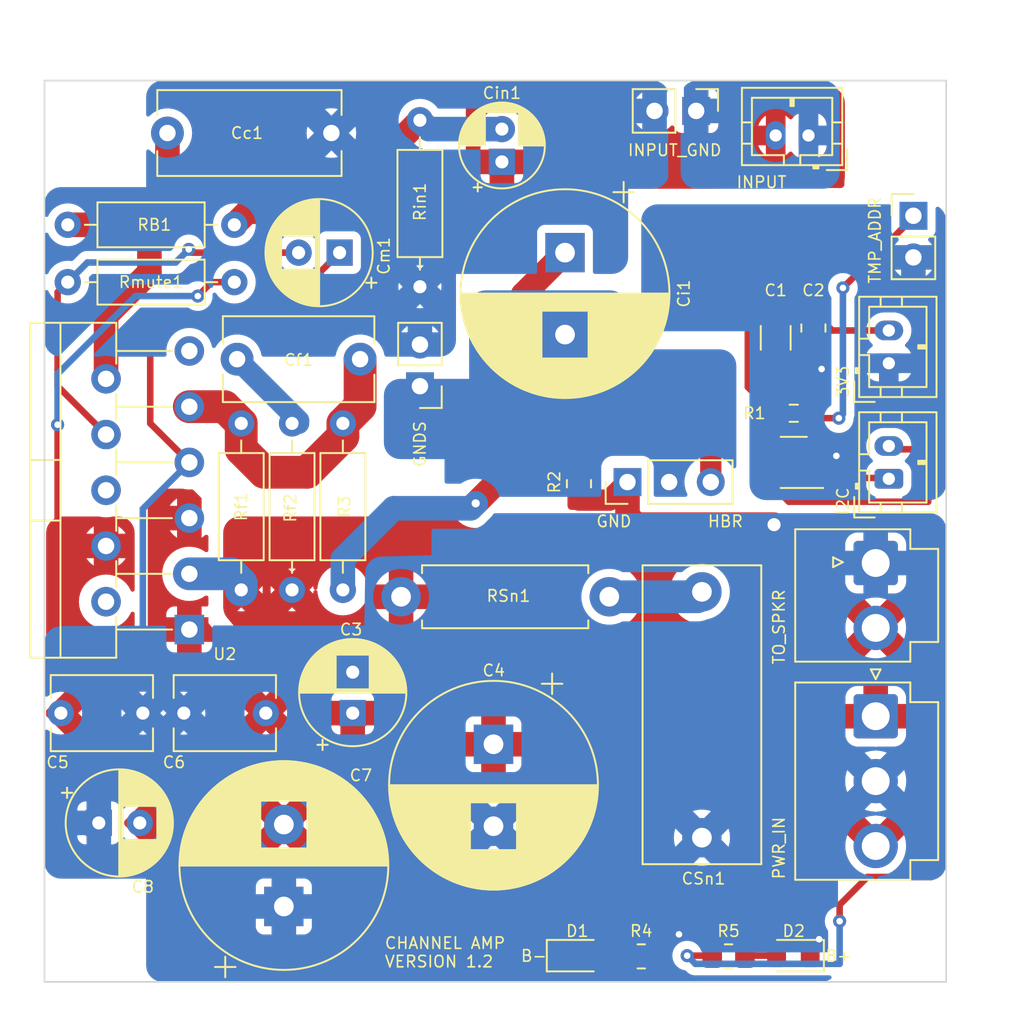
<source format=kicad_pcb>
(kicad_pcb (version 20221018) (generator pcbnew)
  (layers (0 "F.Cu" signal) (31 "B.Cu" signal) (34 "B.Paste" user) (35 "F.Paste" user) (36 "B.SilkS" user "B.Silkscreen") (37 "F.SilkS" user "F.Silkscreen") (38 "B.Mask" user) (39 "F.Mask" user) (44 "Edge.Cuts" user))
  (net 0 "")
  (net 1 "Net-(U2-+)")
  (net 2 "Net-(Cf1-Pad1)")
  (net 3 "CH1-IN")
  (net 4 "Net-(Ci1-Pad1)")
  (net 5 "VP")
  (net 6 "VM")
  (net 7 "CH1-OUT")
  (net 8 "INPUTGND")
  (net 9 "PGND")
  (net 10 "Net-(U2-MUTE)")
  (net 11 "Net-(CSn1-Pad2)")
  (net 12 "Net-(D1-A)")
  (net 13 "Net-(D2-A)")
  (net 14 "Net-(Cin1-Pad2)")
  (net 15 "DGND")
  (net 16 "3V3")
  (net 17 "ADD1")
  (net 18 "SIGGND")
  (net 19 "SCL")
  (net 20 "SDA")
  (net 21 "Net-(J7-Pin_3)")
  (net 25 "CH1GND")
  (net 26 "OPAMP_NEG")
  (footprint "Resistor_THT:R_Axial_DIN0207_L6.3mm_D2.5mm_P10.16mm_Horizontal" (layer "F.Cu") (at 94.5 98.37 -90)
    (fp_text reference "R3" (at 5.08 -0.1 90 unlocked) (layer "F.SilkS") (effects (font (size 0.7 0.7) (thickness 0.1))))
    (fp_text value "1.0K")
    (pad "1" thru_hole circle (at 0 0 270) (size 1.6 1.6) (drill 0.8) (layers "*.Cu" "*.Mask") (net 26 "OPAMP_NEG"))
    (pad "2" thru_hole oval (at 10.16 0 270) (size 1.6 1.6) (drill 0.8) (layers "*.Cu" "*.Mask") (net 4 "Net-(Ci1-Pad1)"))
  )
  (footprint "Capacitor_THT:CP_Radial_D6.3mm_P2.50mm" (layer "F.Cu") (at 79.612621 122.75)
    (fp_text reference "C8" (at 2.687379 3.9 unlocked) (layer "F.SilkS") (effects (font (size 0.7 0.7) (thickness 0.1))))
    (fp_text value "47U 50V")
    (pad "1" thru_hole rect (at 0 0) (size 1.6 1.6) (drill 0.8) (layers "*.Cu" "*.Mask") (net 9 "PGND"))
    (pad "2" thru_hole circle (at 2.5 0) (size 1.6 1.6) (drill 0.8) (layers "*.Cu" "*.Mask") (net 6 "VM"))
  )
  (footprint "Resistor_SMD:R_0805_2012Metric_Pad1.20x1.40mm_HandSolder" (layer "F.Cu") (at 108.9 102.05 -90)
    (fp_text reference "R2" (at -0.1 1.5 90 unlocked) (layer "F.SilkS") (effects (font (size 0.7 0.7) (thickness 0.1))))
    (fp_text value "15R")
    (pad "1" smd roundrect (at -1 0 270) (size 1.2 1.4) (layers "F.Cu" "F.Paste" "F.Mask") (roundrect_rratio 0.2083333333) (net 21 "Net-(J7-Pin_3)"))
    (pad "2" smd roundrect (at 1 0 270) (size 1.2 1.4) (layers "F.Cu" "F.Paste" "F.Mask") (roundrect_rratio 0.2083333333) (net 9 "PGND"))
  )
  (footprint "Capacitor_THT:C_Disc_D11.0mm_W5.0mm_P10.00mm" (layer "F.Cu") (at 83.8 80.65)
    (fp_text reference "Cc1" (at 4.85 0 unlocked) (layer "F.SilkS") (effects (font (size 0.7 0.7) (thickness 0.1))))
    (fp_text value "680P")
    (pad "1" thru_hole circle (at 0 0) (size 2 2) (drill 1) (layers "*.Cu" "*.Mask") (net 1 "Net-(U2-+)"))
    (pad "2" thru_hole circle (at 10 0) (size 2 2) (drill 1) (layers "*.Cu" "*.Mask") (net 8 "INPUTGND"))
  )
  (footprint "Resistor_SMD:R_0805_2012Metric_Pad1.20x1.40mm_HandSolder" (layer "F.Cu") (at 118.025 130.895 180)
    (fp_text reference "R5" (at 0 1.545 unlocked) (layer "F.SilkS") (effects (font (size 0.7 0.7) (thickness 0.1))))
    (fp_text value "9.1K")
    (pad "1" smd roundrect (at -1 0 180) (size 1.2 1.4) (layers "F.Cu" "F.Paste" "F.Mask") (roundrect_rratio 0.2083333333) (net 13 "Net-(D2-A)"))
    (pad "2" smd roundrect (at 1 0 180) (size 1.2 1.4) (layers "F.Cu" "F.Paste" "F.Mask") (roundrect_rratio 0.2083333333) (net 5 "VP"))
  )
  (footprint "Capacitor_THT:CP_Radial_D6.3mm_P2.50mm" (layer "F.Cu") (at 95.1 116.05 90)
    (fp_text reference "C3" (at 5.1 -0.1 unlocked) (layer "F.SilkS") (effects (font (size 0.7 0.7) (thickness 0.1))))
    (fp_text value "47U 50V")
    (pad "1" thru_hole rect (at 0 0 90) (size 1.6 1.6) (drill 0.8) (layers "*.Cu" "*.Mask") (net 5 "VP"))
    (pad "2" thru_hole circle (at 2.5 0 90) (size 1.6 1.6) (drill 0.8) (layers "*.Cu" "*.Mask") (net 9 "PGND"))
  )
  (footprint "Capacitor_THT:CP_Radial_D12.5mm_P5.00mm" (layer "F.Cu") (at 108.05 87.95 -90)
    (fp_text reference "Ci1" (at 2.5 -7.25 90 unlocked) (layer "F.SilkS") (effects (font (size 0.7 0.7) (thickness 0.1))))
    (fp_text value "1000U 35V")
    (pad "1" thru_hole rect (at 0 0 270) (size 2.4 2.4) (drill 1.2) (layers "*.Cu" "*.Mask") (net 4 "Net-(Ci1-Pad1)"))
    (pad "2" thru_hole circle (at 5 0 270) (size 2.4 2.4) (drill 1.2) (layers "*.Cu" "*.Mask") (net 18 "SIGGND"))
  )
  (footprint "MountingHole:MountingHole_3mm" (layer "F.Cu") (at 128.8 129.95)
    (fp_text reference "H4" hide)
    (fp_text value "MountingHole")
    (pad "" np_thru_hole circle (at 0 0) (size 3 3) (drill 3) (layers "*.Cu" "*.Mask"))
  )
  (footprint "Capacitor_THT:C_Disc_D6.0mm_W4.4mm_P5.00mm" (layer "F.Cu") (at 89.8 116.05 180)
    (fp_text reference "C6" (at 5.6 -3 unlocked) (layer "F.SilkS") (effects (font (size 0.7 0.7) (thickness 0.1))))
    (fp_text value "4.7U X7R 50V")
    (pad "1" thru_hole circle (at 0 0 180) (size 1.6 1.6) (drill 0.8) (layers "*.Cu" "*.Mask") (net 5 "VP"))
    (pad "2" thru_hole circle (at 5 0 180) (size 1.6 1.6) (drill 0.8) (layers "*.Cu" "*.Mask") (net 9 "PGND"))
  )
  (footprint "Package_TO_SOT_SMD:SOT-23-6" (layer "F.Cu") (at 122 100.75 180)
    (fp_text reference "U1" hide)
    (fp_text value "TMP100")
    (pad "1" smd roundrect (at -1.1375 -0.95 180) (size 1.325 0.6) (layers "F.Cu" "F.Paste" "F.Mask") (net 19 "SCL"))
    (pad "2" smd roundrect (at -1.1375 0 180) (size 1.325 0.6) (layers "F.Cu" "F.Paste" "F.Mask") (net 15 "DGND"))
    (pad "3" smd roundrect (at -1.1375 0.95 180) (size 1.325 0.6) (layers "F.Cu" "F.Paste" "F.Mask") (net 17 "ADD1"))
    (pad "4" smd roundrect (at 1.1375 0.95 180) (size 1.325 0.6) (layers "F.Cu" "F.Paste" "F.Mask") (net 16 "3V3"))
    (pad "5" smd roundrect (at 1.1375 0 180) (size 1.325 0.6) (layers "F.Cu" "F.Paste" "F.Mask") (net 16 "3V3"))
    (pad "6" smd roundrect (at 1.1375 -0.95 180) (size 1.325 0.6) (layers "F.Cu" "F.Paste" "F.Mask") (net 20 "SDA"))
  )
  (footprint "Connector_JST:JST_PH_B2B-PH-K_1x02_P2.00mm_Vertical" (layer "F.Cu") (at 122.9 80.8 180)
    (fp_text reference "J3" hide)
    (fp_text value "Conn_01x02_Male")
    (pad "1" thru_hole roundrect (at 0 0 180) (size 1.2 1.75) (drill 0.75) (layers "*.Cu" "*.Mask") (roundrect_rratio 0.2083333333) (net 25 "CH1GND"))
    (pad "2" thru_hole oval (at 2 0 180) (size 1.2 1.75) (drill 0.75) (layers "*.Cu" "*.Mask") (net 3 "CH1-IN"))
  )
  (footprint "Resistor_THT:R_Axial_DIN0207_L6.3mm_D2.5mm_P10.16mm_Horizontal" (layer "F.Cu") (at 87.88 86.25 180)
    (fp_text reference "RB1" (at 4.88 0 unlocked) (layer "F.SilkS") (effects (font (size 0.7 0.7) (thickness 0.1))))
    (fp_text value "1.2K")
    (pad "1" thru_hole circle (at 0 0 180) (size 1.6 1.6) (drill 0.8) (layers "*.Cu" "*.Mask") (net 14 "Net-(Cin1-Pad2)"))
    (pad "2" thru_hole oval (at 10.16 0 180) (size 1.6 1.6) (drill 0.8) (layers "*.Cu" "*.Mask") (net 1 "Net-(U2-+)"))
  )
  (footprint "Connector_JST:JST_VH_B3P-VH-B_1x03_P3.96mm_Vertical" (layer "F.Cu") (at 127 116.24 -90)
    (fp_text reference "J9" hide)
    (fp_text value "Conn_01x03_Male")
    (pad "1" thru_hole roundrect (at 0 0 270) (size 2.7 2.7) (drill 1.7) (layers "*.Cu" "*.Mask") (roundrect_rratio 0.09259296296) (net 5 "VP"))
    (pad "2" thru_hole circle (at 3.96 0 270) (size 2.7 2.7) (drill 1.7) (layers "*.Cu" "*.Mask") (net 9 "PGND"))
    (pad "3" thru_hole circle (at 7.92 0 270) (size 2.7 2.7) (drill 1.7) (layers "*.Cu" "*.Mask") (net 6 "VM"))
  )
  (footprint "Connector_JST:JST_PH_B2B-PH-K_1x02_P2.00mm_Vertical" (layer "F.Cu") (at 127.8 101.75 90)
    (fp_text reference "J6" hide)
    (fp_text value "Conn_01x02_Male")
    (pad "1" thru_hole roundrect (at 0 0 90) (size 1.2 1.75) (drill 0.75) (layers "*.Cu" "*.Mask") (roundrect_rratio 0.2083333333) (net 19 "SCL"))
    (pad "2" thru_hole oval (at 2 0 90) (size 1.2 1.75) (drill 0.75) (layers "*.Cu" "*.Mask") (net 20 "SDA"))
  )
  (footprint "Resistor_THT:R_Axial_DIN0411_L9.9mm_D3.6mm_P12.70mm_Horizontal" (layer "F.Cu") (at 110.75 108.95 180)
    (fp_text reference "RSn1" (at 6.15 0.05 unlocked) (layer "F.SilkS") (effects (font (size 0.7 0.7) (thickness 0.1))))
    (fp_text value "4R7")
    (pad "1" thru_hole circle (at 0 0 180) (size 2.4 2.4) (drill 1.2) (layers "*.Cu" "*.Mask") (net 11 "Net-(CSn1-Pad2)"))
    (pad "2" thru_hole oval (at 12.7 0 180) (size 2.4 2.4) (drill 1.2) (layers "*.Cu" "*.Mask") (net 7 "CH1-OUT"))
  )
  (footprint "Connector_PinHeader_2.54mm:PinHeader_1x02_P2.54mm_Vertical" (layer "F.Cu") (at 116.05 79.3 -90)
    (fp_text reference "J1" hide)
    (fp_text value "Conn_01x02_Male")
    (pad "1" thru_hole rect (at 0 0 270) (size 1.7 1.7) (drill 1) (layers "*.Cu" "*.Mask") (net 25 "CH1GND"))
    (pad "2" thru_hole oval (at 0 2.54 270) (size 1.7 1.7) (drill 1) (layers "*.Cu" "*.Mask") (net 8 "INPUTGND"))
  )
  (footprint "Capacitor_THT:C_Disc_D6.0mm_W4.4mm_P5.00mm" (layer "F.Cu") (at 82.3 116.05 180)
    (fp_text reference "C5" (at 5.2 -3 unlocked) (layer "F.SilkS") (effects (font (size 0.7 0.7) (thickness 0.1))))
    (fp_text value "4.7U X74 50V")
    (pad "1" thru_hole circle (at 0 0 180) (size 1.6 1.6) (drill 0.8) (layers "*.Cu" "*.Mask") (net 9 "PGND"))
    (pad "2" thru_hole circle (at 5 0 180) (size 1.6 1.6) (drill 0.8) (layers "*.Cu" "*.Mask") (net 6 "VM"))
  )
  (footprint "Resistor_SMD:R_1206_3216Metric_Pad1.30x1.75mm_HandSolder" (layer "F.Cu") (at 120.9 93.15 90)
    (fp_text reference "C1" (at 2.9 0 unlocked) (layer "F.SilkS") (effects (font (size 0.7 0.7) (thickness 0.1))))
    (fp_text value "10U")
    (pad "1" smd roundrect (at -1.55 0 90) (size 1.3 1.75) (layers "F.Cu" "F.Paste" "F.Mask") (roundrect_rratio 0.1923076923) (net 15 "DGND"))
    (pad "2" smd roundrect (at 1.55 0 90) (size 1.3 1.75) (layers "F.Cu" "F.Paste" "F.Mask") (roundrect_rratio 0.1923076923) (net 16 "3V3"))
  )
  (footprint "MountingHole:MountingHole_3mm" (layer "F.Cu") (at 78.8 79.95)
    (fp_text reference "H1" hide)
    (fp_text value "MountingHole")
    (pad "" np_thru_hole circle (at 0 0) (size 3 3) (drill 3) (layers "*.Cu" "*.Mask"))
  )
  (footprint "Package_TO_SOT_THT:TO-220-11_P3.4x5.08mm_StaggerOdd_Lead4.85mm_Vertical" (layer "F.Cu") (at 85.135 110.95 90)
    (fp_text reference "U2" (at -1.5 2.165 unlocked) (layer "F.SilkS") (effects (font (size 0.7 0.7) (thickness 0.1))))
    (fp_text value "LM3886")
    (pad "1" thru_hole rect (at 0 0 90) (size 1.8 1.8) (drill 1) (layers "*.Cu" "*.Mask") (net 5 "VP"))
    (pad "2" thru_hole oval (at 1.7 -5.08 90) (size 1.8 1.8) (drill 1) (layers "*.Cu" "*.Mask"))
    (pad "3" thru_hole oval (at 3.4 0 90) (size 1.8 1.8) (drill 1) (layers "*.Cu" "*.Mask") (net 7 "CH1-OUT"))
    (pad "4" thru_hole oval (at 5.1 -5.08 90) (size 1.8 1.8) (drill 1) (layers "*.Cu" "*.Mask") (net 6 "VM"))
    (pad "5" thru_hole oval (at 6.8 0 90) (size 1.8 1.8) (drill 1) (layers "*.Cu" "*.Mask") (net 5 "VP"))
    (pad "6" thru_hole oval (at 8.5 -5.08 90) (size 1.8 1.8) (drill 1) (layers "*.Cu" "*.Mask"))
    (pad "7" thru_hole oval (at 10.2 0 90) (size 1.8 1.8) (drill 1) (layers "*.Cu" "*.Mask") (net 9 "PGND"))
    (pad "8" thru_hole oval (at 11.9 -5.08 90) (size 1.8 1.8) (drill 1) (layers "*.Cu" "*.Mask") (net 10 "Net-(U2-MUTE)"))
    (pad "9" thru_hole oval (at 13.6 0 90) (size 1.8 1.8) (drill 1) (layers "*.Cu" "*.Mask") (net 26 "OPAMP_NEG"))
    (pad "10" thru_hole oval (at 15.3 -5.08 90) (size 1.8 1.8) (drill 1) (layers "*.Cu" "*.Mask") (net 1 "Net-(U2-+)"))
    (pad "11" thru_hole oval (at 17 0 90) (size 1.8 1.8) (drill 1) (layers "*.Cu" "*.Mask"))
  )
  (footprint "Capacitor_THT:CP_Radial_D5.0mm_P2.00mm" (layer "F.Cu") (at 104.2 82.410113 90)
    (fp_text reference "Cin1" (at 4.2 0 unlocked) (layer "F.SilkS") (effects (font (size 0.7 0.7) (thickness 0.1))))
    (fp_text value "10UF")
    (pad "1" thru_hole rect (at 0 0 90) (size 1.6 1.6) (drill 0.8) (layers "*.Cu" "*.Mask") (net 3 "CH1-IN"))
    (pad "2" thru_hole circle (at 2 0 90) (size 1.6 1.6) (drill 0.8) (layers "*.Cu" "*.Mask") (net 14 "Net-(Cin1-Pad2)"))
  )
  (footprint "Connector_PinHeader_2.54mm:PinHeader_1x03_P2.54mm_Vertical" (layer "F.Cu") (at 111.86 101.95 90)
    (fp_text reference "J7" hide)
    (fp_text value "Conn_01x03_Male")
    (pad "1" thru_hole rect (at 0 0 90) (size 1.7 1.7) (drill 1) (layers "*.Cu" "*.Mask") (net 9 "PGND"))
    (pad "2" thru_hole oval (at 0 2.54 90) (size 1.7 1.7) (drill 1) (layers "*.Cu" "*.Mask") (net 18 "SIGGND"))
    (pad "3" thru_hole oval (at 0 5.08 90) (size 1.7 1.7) (drill 1) (layers "*.Cu" "*.Mask") (net 21 "Net-(J7-Pin_3)"))
  )
  (footprint "Capacitor_THT:C_Rect_L18.0mm_W7.0mm_P15.00mm_FKS3_FKP3" (layer "F.Cu") (at 116.4 123.65 90)
    (fp_text reference "CSn1" (at -2.5 0.1 unlocked) (layer "F.SilkS") (effects (font (size 0.7 0.7) (thickness 0.1))))
    (fp_text value " 220N PP 100V")
    (pad "1" thru_hole circle (at 0 0 90) (size 2.4 2.4) (drill 1.2) (layers "*.Cu" "*.Mask") (net 9 "PGND"))
    (pad "2" thru_hole circle (at 15 0 90) (size 2.4 2.4) (drill 1.2) (layers "*.Cu" "*.Mask") (net 11 "Net-(CSn1-Pad2)"))
  )
  (footprint "Resistor_SMD:R_0805_2012Metric_Pad1.20x1.40mm_HandSolder" (layer "F.Cu") (at 112.7 130.895)
    (fp_text reference "R4" (at 0 -1.545 unlocked) (layer "F.SilkS") (effects (font (size 0.7 0.7) (thickness 0.1))))
    (fp_text value "9.1K")
    (pad "1" smd roundrect (at -1 0) (size 1.2 1.4) (layers "F.Cu" "F.Paste" "F.Mask") (roundrect_rratio 0.2083333333) (net 12 "Net-(D1-A)"))
    (pad "2" smd roundrect (at 1 0) (size 1.2 1.4) (layers "F.Cu" "F.Paste" "F.Mask") (roundrect_rratio 0.2083333333) (net 9 "PGND"))
  )
  (footprint "Resistor_SMD:R_0603_1608Metric_Pad0.98x0.95mm_HandSolder" (layer "F.Cu") (at 122 97.75)
    (fp_text reference "R1" (at -2.4 0 unlocked) (layer "F.SilkS") (effects (font (size 0.7 0.7) (thickness 0.1))))
    (fp_text value "4.7K")
    (pad "1" smd roundrect (at -0.9125 0) (size 0.975 0.95) (layers "F.Cu" "F.Paste" "F.Mask") (net 16 "3V3"))
    (pad "2" smd roundrect (at 0.9125 0) (size 0.975 0.95) (layers "F.Cu" "F.Paste" "F.Mask") (net 17 "ADD1"))
  )
  (footprint "Connector_JST:JST_PH_B2B-PH-K_1x02_P2.00mm_Vertical" (layer "F.Cu") (at 127.8 94.7 90)
    (fp_text reference "J4" hide)
    (fp_text value "Conn_01x02_Male")
    (pad "1" thru_hole roundrect (at 0 0 90) (size 1.2 1.75) (drill 0.75) (layers "*.Cu" "*.Mask") (roundrect_rratio 0.2083333333) (net 15 "DGND"))
    (pad "2" thru_hole oval (at 2 0 90) (size 1.2 1.75) (drill 0.75) (layers "*.Cu" "*.Mask") (net 16 "3V3"))
  )
  (footprint "MountingHole:MountingHole_3mm" (layer "F.Cu") (at 128.8 79.95)
    (fp_text reference "H2" hide)
    (fp_text value "MountingHole")
    (pad "" np_thru_hole circle (at 0 0) (size 3 3) (drill 3) (layers "*.Cu" "*.Mask"))
  )
  (footprint "Resistor_THT:R_Axial_DIN0207_L6.3mm_D2.5mm_P10.16mm_Horizontal" (layer "F.Cu") (at 77.72 89.75)
    (fp_text reference "Rmute1" (at 5.08 0 unlocked) (layer "F.SilkS") (effects (font (size 0.7 0.7) (thickness 0.1))))
    (fp_text value "38.6K")
    (pad "1" thru_hole circle (at 0 0) (size 1.6 1.6) (drill 0.8) (layers "*.Cu" "*.Mask") (net 10 "Net-(U2-MUTE)"))
    (pad "2" thru_hole oval (at 10.16 0) (size 1.6 1.6) (drill 0.8) (layers "*.Cu" "*.Mask") (net 6 "VM"))
  )
  (footprint "Connector_JST:JST_VH_B2P-VH_1x02_P3.96mm_Vertical" (layer "F.Cu") (at 127 106.89 -90)
    (fp_text reference "J8" hide)
    (fp_text value "Conn_01x02_Male")
    (pad "1" thru_hole roundrect (at 0 0 270) (size 2.7 2.7) (drill 1.7) (layers "*.Cu" "*.Mask") (roundrect_rratio 0.09259296296) (net 9 "PGND"))
    (pad "2" thru_hole circle (at 3.96 0 270) (size 2.7 2.7) (drill 1.7) (layers "*.Cu" "*.Mask") (net 7 "CH1-OUT"))
  )
  (footprint "LED_SMD:LED_0805_2012Metric_Pad1.15x1.40mm_HandSolder" (layer "F.Cu") (at 121.98 130.85 180)
    (fp_text reference "D2" (at -0.02 1.5 unlocked) (layer "F.SilkS") (effects (font (size 0.7 0.7) (thickness 0.1))))
    (fp_text value "BLUE")
    (pad "1" smd roundrect (at -1.025 0 180) (size 1.15 1.4) (layers "F.Cu" "F.Paste" "F.Mask") (roundrect_rratio 0.2173913043) (net 9 "PGND"))
    (pad "2" smd roundrect (at 1.025 0 180) (size 1.15 1.4) (layers "F.Cu" "F.Paste" "F.Mask") (roundrect_rratio 0.2173913043) (net 13 "Net-(D2-A)"))
  )
  (footprint "Connector_PinHeader_2.54mm:PinHeader_1x02_P2.54mm_Vertical" (layer "F.Cu") (at 129.3 85.7)
    (fp_text reference "J2" hide)
    (fp_text value "Conn_01x02_Male")
    (pad "1" thru_hole rect (at 0 0) (size 1.7 1.7) (drill 1) (layers "*.Cu" "*.Mask") (net 17 "ADD1"))
    (pad "2" thru_hole oval (at 0 2.54) (size 1.7 1.7) (drill 1) (layers "*.Cu" "*.Mask") (net 15 "DGND"))
  )
  (footprint "Resistor_THT:R_Axial_DIN0207_L6.3mm_D2.5mm_P10.16mm_Horizontal" (layer "F.Cu") (at 99.2 90.03 90)
    (fp_text reference "Rin1" (at 5.18 0 90 unlocked) (layer "F.SilkS") (effects (font (size 0.7 0.7) (thickness 0.1))))
    (fp_text value "20K")
    (pad "1" thru_hole circle (at 0 0 90) (size 1.6 1.6) (drill 0.8) (layers "*.Cu" "*.Mask") (net 8 "INPUTGND"))
    (pad "2" thru_hole oval (at 10.16 0 90) (size 1.6 1.6) (drill 0.8) (layers "*.Cu" "*.Mask") (net 14 "Net-(Cin1-Pad2)"))
  )
  (footprint "Capacitor_THT:CP_Radial_D6.3mm_P2.50mm" (layer "F.Cu") (at 94.3 87.95 180)
    (fp_text reference "Cm1" (at -2.7 -0.2 90 unlocked) (layer "F.SilkS") (effects (font (size 0.7 0.7) (thickness 0.1))))
    (fp_text value "47U 50V")
    (pad "1" thru_hole rect (at 0 0 180) (size 1.6 1.6) (drill 0.8) (layers "*.Cu" "*.Mask") (net 9 "PGND"))
    (pad "2" thru_hole circle (at 2.5 0 180) (size 1.6 1.6) (drill 0.8) (layers "*.Cu" "*.Mask") (net 10 "Net-(U2-MUTE)"))
  )
  (footprint "Resistor_SMD:R_0805_2012Metric_Pad1.20x1.40mm_HandSolder" (layer "F.Cu") (at 123.2 92.55 90)
    (fp_text reference "C2" (at 2.3 0 unlocked) (layer "F.SilkS") (effects (font (size 0.7 0.7) (thickness 0.1))))
    (fp_text value "100N")
    (pad "1" smd roundrect (at -1 0 90) (size 1.2 1.4) (layers "F.Cu" "F.Paste" "F.Mask") (roundrect_rratio 0.2083333333) (net 15 "DGND"))
    (pad "2" smd roundrect (at 1 0 90) (size 1.2 1.4) (layers "F.Cu" "F.Paste" "F.Mask") (roundrect_rratio 0.2083333333) (net 16 "3V3"))
  )
  (footprint "Capacitor_THT:C_Disc_D9.0mm_W5.0mm_P7.50mm" (layer "F.Cu") (at 88.05 94.45)
    (fp_text reference "Cf1" (at 3.75 0.05 unlocked) (layer "F.SilkS") (effects (font (size 0.7 0.7) (thickness 0.1))))
    (fp_text value "47P")
    (pad "1" thru_hole circle (at 0 0) (size 2 2) (drill 1) (layers "*.Cu" "*.Mask") (net 2 "Net-(Cf1-Pad1)"))
    (pad "2" thru_hole circle (at 7.5 0) (size 2 2) (drill 1) (layers "*.Cu" "*.Mask") (net 26 "OPAMP_NEG"))
  )
  (footprint "Capacitor_THT:CP_Radial_D12.5mm_P5.00mm" (layer "F.Cu") (at 103.6875 117.95 -90)
    (fp_text reference "C4" (at -4.5 -0.0175 unlocked) (layer "F.SilkS") (effects (font (size 0.7 0.7) (thickness 0.1))))
    (fp_text value "1000U 50V")
    (pad "1" thru_hole rect (at 0 0 270) (size 2.4 2.4) (drill 1.2) (layers "*.Cu" "*.Mask") (net 5 "VP"))
    (pad "2" thru_hole circle (at 5 0 270) (size 2.4 2.4) (drill 1.2) (layers "*.Cu" "*.Mask") (net 9 "PGND"))
  )
  (footprint "MountingHole:MountingHole_3mm" (layer "F.Cu") (at 78.8 129.95)
    (fp_text reference "H3" hide)
    (fp_text value "MountingHole")
    (pad "" np_thru_hole circle (at 0 0) (size 3 3) (drill 3) (layers "*.Cu" "*.Mask"))
  )
  (footprint "Resistor_THT:R_Axial_DIN0207_L6.3mm_D2.5mm_P10.16mm_Horizontal" (layer "F.Cu") (at 91.4 108.53 90)
    (fp_text reference "Rf2" (at 5 -0.1 90 unlocked) (layer "F.SilkS") (effects (font (size 0.7 0.7) (thickness 0.1))))
    (fp_text value "20K")
    (pad "1" thru_hole circle (at 0 0 90) (size 1.6 1.6) (drill 0.8) (layers "*.Cu" "*.Mask") (net 7 "CH1-OUT"))
    (pad "2" thru_hole oval (at 10.16 0 90) (size 1.6 1.6) (drill 0.8) (layers "*.Cu" "*.Mask") (net 2 "Net-(Cf1-Pad1)"))
  )
  (footprint "Resistor_THT:R_Axial_DIN0207_L6.3mm_D2.5mm_P10.16mm_Horizontal" (layer "F.Cu") (at 88.3 108.53 90)
    (fp_text reference "Rf1" (at 5.08 0 90 unlocked) (layer "F.SilkS") (effects (font (size 0.7 0.7) (thickness 0.1))))
    (fp_text value "20K")
    (pad "1" thru_hole circle (at 0 0 90) (size 1.6 1.6) (drill 0.8) (layers "*.Cu" "*.Mask") (net 7 "CH1-OUT"))
    (pad "2" thru_hole oval (at 10.16 0 90) (size 1.6 1.6) (drill 0.8) (layers "*.Cu" "*.Mask") (net 26 "OPAMP_NEG"))
  )
  (footprint "Connector_PinHeader_2.54mm:PinHeader_1x02_P2.54mm_Vertical" (layer "F.Cu") (at 99.2 96.1 180)
    (fp_text reference "J5" hide)
    (fp_text value "Conn_01x02_Male")
    (pad "1" thru_hole rect (at 0 0 180) (size 1.7 1.7) (drill 1) (layers "*.Cu" "*.Mask") (net 18 "SIGGND"))
    (pad "2" thru_hole oval (at 0 2.54 180) (size 1.7 1.7) (drill 1) (layers "*.Cu" "*.Mask") (net 8 "INPUTGND"))
  )
  (footprint "LED_SMD:LED_0805_2012Metric_Pad1.15x1.40mm_HandSolder" (layer "F.Cu") (at 108.8 130.85)
    (fp_text reference "D1" (at 0 -1.5 unlocked) (layer "F.SilkS") (effects (font (size 0.7 0.7) (thickness 0.1))))
    (fp_text value "YELLOW")
    (pad "1" smd roundrect (at -1.025 0) (size 1.15 1.4) (layers "F.Cu" "F.Paste" "F.Mask") (roundrect_rratio 0.2173913043) (net 6 "VM"))
    (pad "2" smd roundrect (at 1.025 0) (size 1.15 1.4) (layers "F.Cu" "F.Paste" "F.Mask") (roundrect_rratio 0.2173913043) (net 12 "Net-(D1-A)"))
  )
  (footprint "Capacitor_THT:CP_Radial_D12.5mm_P5.00mm" (layer "F.Cu") (at 90.9 127.85 90)
    (fp_text reference "C7" (at 8 4.7 unlocked) (layer "F.SilkS") (effects (font (size 0.7 0.7) (thickness 0.1))))
    (fp_text value "1000U 50V")
    (pad "1" thru_hole rect (at 0 0 90) (size 2.4 2.4) (drill 1.2) (layers "*.Cu" "*.Mask") (net 9 "PGND"))
    (pad "2" thru_hole circle (at 5 0 90) (size 2.4 2.4) (drill 1.2) (layers "*.Cu" "*.Mask") (net 6 "VM"))
  )
  (gr_line (start 131.3 77.45) (end 131.3 132.45) (stroke (width 0.1)) (layer "Edge.Cuts"))
  (gr_line (start 76.3 77.45) (end 76.3 132.45) (stroke (width 0.1)) (layer "Edge.Cuts"))
  (gr_line (start 76.3 77.45) (end 131.3 77.45) (stroke (width 0.1)) (layer "Edge.Cuts"))
  (gr_line (start 76.3 132.45) (end 131.3 132.45) (stroke (width 0.1)) (layer "Edge.Cuts"))
  (gr_text "GND" (at 109.9 104.35) (layer "F.SilkS") (effects (font (size 0.7 0.7) (thickness 0.1)) (justify left)))
  (gr_text "3V3" (at 125 96.85 90) (layer "F.SilkS") (effects (font (size 0.7 0.7) (thickness 0.1)) (justify left)))
  (gr_text "INPUT_GND" (at 111.825 81.7) (layer "F.SilkS") (effects (font (size 0.7 0.7) (thickness 0.1)) (justify left)))
  (gr_text "HBR\n" (at 116.7 104.35) (layer "F.SilkS") (effects (font (size 0.7 0.7) (thickness 0.1)) (justify left)))
  (gr_text "TO_SPKR" (at 121.1 113.136801 90) (layer "F.SilkS") (effects (font (size 0.7 0.7) (thickness 0.1)) (justify left)))
  (gr_text "B+" (at 123.88 130.865) (layer "F.SilkS") (effects (font (size 0.7 0.7) (thickness 0.1)) (justify left)))
  (gr_text "I2C" (at 125 104.05 90) (layer "F.SilkS") (effects (font (size 0.7 0.7) (thickness 0.1)) (justify left)))
  (gr_text "PWR_IN\n" (at 121.1 126.25 90) (layer "F.SilkS") (effects (font (size 0.7 0.7) (thickness 0.1)) (justify left)))
  (gr_text "GNDS" (at 99.2 101.1 90) (layer "F.SilkS") (effects (font (size 0.7 0.7) (thickness 0.1)) (justify left)))
  (gr_text "CHANNEL AMP\nVERSION 1.2" (at 97 130.65) (layer "F.SilkS") (effects (font (size 0.7 0.7) (thickness 0.1)) (justify left)))
  (gr_text "TMP_ADDR\n" (at 126.95 89.9 90) (layer "F.SilkS") (effects (font (size 0.7 0.7) (thickness 0.1)) (justify left)))
  (gr_text "B-" (at 105.3 130.865) (layer "F.SilkS") (effects (font (size 0.7 0.7) (thickness 0.1)) (justify left)))
  (gr_text "INPUT" (at 118.45 83.65) (layer "F.SilkS") (effects (font (size 0.7 0.7) (thickness 0.1)) (justify left)))
  (segment (start 80.055 95.65) (end 80.055 91.795) (width 1.5) (layer "F.Cu") (net 1))
  (segment (start 82.7 89.15) (end 82.7 86.25) (width 1.5) (layer "F.Cu") (net 1))
  (segment (start 80.055 91.795) (end 82.7 89.15) (width 1.5) (layer "F.Cu") (net 1))
  (segment (start 83.8 80.65) (end 83.8 85.15) (width 1.5) (layer "F.Cu") (net 1))
  (segment (start 82.7 86.25) (end 77.72 86.25) (width 1.5) (layer "F.Cu") (net 1))
  (segment (start 83.8 85.15) (end 82.7 86.25) (width 1.5) (layer "F.Cu") (net 1))
  (segment (start 91.8 98.2) (end 88.05 94.45) (width 1.3) (layer "B.Cu") (net 2))
  (segment (start 91.8 98.37) (end 91.8 98.2) (width 1.3) (layer "B.Cu") (net 2))
  (segment (start 102.6 103.25) (end 105.5 100.35) (width 1.5) (layer "F.Cu") (net 4))
  (segment (start 105.5 100.35) (end 105.5 90.5) (width 1.5) (layer "F.Cu") (net 4))
  (segment (start 105.5 90.5) (end 108.4 87.6) (width 1.5) (layer "F.Cu") (net 4))
  (via (at 102.6 103.25) (size 1) (drill 0.5) (layers "F.Cu" "B.Cu") (net 4))
  (segment (start 97.6 103.55) (end 102.3 103.55) (width 1.5) (layer "B.Cu") (net 4))
  (segment (start 94.5 108.53) (end 94.5 106.65) (width 1.5) (layer "B.Cu") (net 4))
  (segment (start 94.5 106.65) (end 97.6 103.55) (width 1.5) (layer "B.Cu") (net 4))
  (segment (start 102.3 103.55) (end 102.6 103.25) (width 1.5) (layer "B.Cu") (net 4))
  (segment (start 130.4 116.05) (end 130.4 126.05) (width 0.4) (layer "F.Cu") (net 5))
  (segment (start 130.3625 116.0125) (end 130.4 116.05) (width 0.4) (layer "F.Cu") (net 5))
  (segment (start 126.5 126.05) (end 124.8 127.75) (width 0.4) (layer "F.Cu") (net 5))
  (segment (start 126.85 116.0125) (end 130.3625 116.0125) (width 0.4) (layer "F.Cu") (net 5))
  (segment (start 124.8 127.75) (end 124.8 128.75) (width 0.4) (layer "F.Cu") (net 5))
  (segment (start 130.4 126.05) (end 126.5 126.05) (width 0.4) (layer "F.Cu") (net 5))
  (segment (start 115.5 130.85) (end 116.98 130.85) (width 0.4) (layer "F.Cu") (net 5))
  (via (at 115.5 130.85) (size 0.8) (drill 0.4) (layers "F.Cu" "B.Cu") (net 5))
  (via (at 124.8 128.75) (size 0.8) (drill 0.4) (layers "F.Cu" "B.Cu") (net 5))
  (segment (start 124.8 131.35) (end 124.8 128.75) (width 0.4) (layer "B.Cu") (net 5))
  (segment (start 116 131.35) (end 115.5 130.85) (width 0.4) (layer "B.Cu") (net 5))
  (segment (start 124.8 131.35) (end 116 131.35) (width 0.4) (layer "B.Cu") (net 5))
  (segment (start 86.499998 89.75) (end 85.649998 90.6) (width 0.4) (layer "F.Cu") (net 6))
  (segment (start 77.1 104.55) (end 77.8 105.25) (width 0.4) (layer "F.Cu") (net 6))
  (segment (start 77.1 98.45) (end 77.1 104.55) (width 0.4) (layer "F.Cu") (net 6))
  (segment (start 107.775 130.85) (end 107.775 128.075) (width 0.4) (layer "F.Cu") (net 6))
  (segment (start 87.88 89.75) (end 86.499998 89.75) (width 0.4) (layer "F.Cu") (net 6))
  (via (at 77.1 98.45) (size 0.8) (drill 0.4) (layers "F.Cu" "B.Cu") (net 6))
  (via (at 85.649998 90.6) (size 0.8) (drill 0.4) (layers "F.Cu" "B.Cu") (net 6))
  (segment (start 77.1 98.45) (end 77.1 95.35) (width 0.4) (layer "B.Cu") (net 6))
  (segment (start 81.85 90.6) (end 85.649998 90.6) (width 0.4) (layer "B.Cu") (net 6))
  (segment (start 77.1 95.35) (end 81.85 90.6) (width 0.4) (layer "B.Cu") (net 6))
  (segment (start 87.7 107.55) (end 85.135 107.55) (width 2) (layer "B.Cu") (net 7))
  (segment (start 88.3 108.15) (end 87.7 107.55) (width 2) (layer "B.Cu") (net 7))
  (segment (start 88.3 108.53) (end 88.3 108.15) (width 2) (layer "B.Cu") (net 7))
  (segment (start 111.86 104.01) (end 112.4 104.55) (width 1.5) (layer "F.Cu") (net 9))
  (segment (start 90.45 91.8) (end 94.3 87.95) (width 0.4) (layer "F.Cu") (net 9))
  (segment (start 111.86 101.95) (end 111.86 104.01) (width 1.5) (layer "F.Cu") (net 9))
  (segment (start 113.7 130.85) (end 115 129.55) (width 0.4) (layer "F.Cu") (net 9))
  (segment (start 123.005 130.391676) (end 123.547176 129.8495) (width 0.4) (layer "F.Cu") (net 9))
  (segment (start 85.135 100.75) (end 82.75 98.365) (width 0.4) (layer "F.Cu") (net 9))
  (segment (start 108.9 103.05) (end 110.76 103.05) (width 1.3) (layer "F.Cu") (net 9))
  (segment (start 110.76 103.05) (end 111.86 101.95) (width 1.3) (layer "F.Cu") (net 9))
  (segment (start 112.4 104.55) (end 120.8 104.55) (width 1.5) (layer "F.Cu") (net 9))
  (segment (start 82.75 91.8) (end 90.45 91.8) (width 0.4) (layer "F.Cu") (net 9))
  (segment (start 82.75 98.365) (end 82.75 91.8) (width 0.4) (layer "F.Cu") (net 9))
  (via (at 123.547176 129.8495) (size 0.8) (drill 0.4) (layers "F.Cu" "B.Cu") (net 9))
  (via (at 115 129.55) (size 0.8) (drill 0.4) (layers "F.Cu" "B.Cu") (net 9))
  (via (at 120.8 104.55) (size 1) (drill 0.8) (layers "F.Cu" "B.Cu") (net 9))
  (segment (start 82.3 103.585) (end 82.3 111.4) (width 0.4) (layer "B.Cu") (net 9))
  (segment (start 85.135 100.75) (end 82.3 103.585) (width 0.4) (layer "B.Cu") (net 9))
  (segment (start 85.3 87.95) (end 85.1 87.75) (width 0.4) (layer "F.Cu") (net 10))
  (segment (start 80.055 99.05) (end 77.1 96.095) (width 0.4) (layer "F.Cu") (net 10))
  (segment (start 77.1 90.37) (end 77.72 89.75) (width 0.4) (layer "F.Cu") (net 10))
  (segment (start 77.1 96.095) (end 77.1 90.37) (width 0.4) (layer "F.Cu") (net 10))
  (segment (start 91.8 87.95) (end 85.3 87.95) (width 0.4) (layer "F.Cu") (net 10))
  (via (at 85.1 87.75) (size 0.8) (drill 0.4) (layers "F.Cu" "B.Cu") (net 10))
  (segment (start 78.92 88.55) (end 84.3 88.55) (width 0.4) (layer "B.Cu") (net 10))
  (segment (start 77.72 89.75) (end 78.92 88.55) (width 0.4) (layer "B.Cu") (net 10))
  (segment (start 84.3 88.55) (end 85.1 87.75) (width 0.4) (layer "B.Cu") (net 10))
  (segment (start 110.75 108.95) (end 116.1 108.95) (width 2) (layer "B.Cu") (net 11))
  (segment (start 116.1 108.95) (end 116.4 108.65) (width 2) (layer "B.Cu") (net 11))
  (segment (start 109.825 130.95) (end 111.655 130.95) (width 0.4) (layer "F.Cu") (net 12))
  (segment (start 120.955 130.85) (end 119.07 130.85) (width 0.4) (layer "F.Cu") (net 13))
  (segment (start 93.62 85.45) (end 88.679999 85.450001) (width 1.5) (layer "F.Cu") (net 14))
  (segment (start 99.2 79.87) (end 93.62 85.45) (width 1.5) (layer "F.Cu") (net 14))
  (segment (start 88.679999 85.450001) (end 87.88 86.25) (width 1.5) (layer "F.Cu") (net 14))
  (segment (start 99.740113 80.410113) (end 99.2 79.87) (width 1.5) (layer "B.Cu") (net 14))
  (segment (start 104.2 80.410113) (end 99.740113 80.410113) (width 1.5) (layer "B.Cu") (net 14))
  (segment (start 122.05 94.7) (end 123.2 93.55) (width 0.4) (layer "F.Cu") (net 15))
  (segment (start 123.2 94.55) (end 123.7 95.05) (width 0.4) (layer "F.Cu") (net 15))
  (segment (start 123.2 93.55) (end 123.2 94.55) (width 0.4) (layer "F.Cu") (net 15))
  (segment (start 123.1375 100.75) (end 124.2 100.75) (width 0.4) (layer "F.Cu") (net 15))
  (segment (start 120.9 94.7) (end 122.05 94.7) (width 0.4) (layer "F.Cu") (net 15))
  (segment (start 124.2 100.75) (end 124.6 100.35) (width 0.4) (layer "F.Cu") (net 15))
  (via (at 123.7 95.05) (size 0.8) (drill 0.4) (layers "F.Cu" "B.Cu") (net 15))
  (via (at 124.6 100.35) (size 0.8) (drill 0.4) (layers "F.Cu" "B.Cu") (net 15))
  (segment (start 124.35 92.7) (end 123.2 91.55) (width 0.4) (layer "F.Cu") (net 16))
  (segment (start 119.2 96.15) (end 120.8 97.75) (width 0.4) (layer "F.Cu") (net 16))
  (segment (start 120.45 91.6) (end 119.2 92.85) (width 0.4) (layer "F.Cu") (net 16))
  (segment (start 121.0875 99.575) (end 120.8625 99.8) (width 0.4) (layer "F.Cu") (net 16))
  (segment (start 120.8625 99.8) (end 120.8625 100.75) (width 0.4) (layer "F.Cu") (net 16))
  (segment (start 119.2 92.85) (end 119.2 96.15) (width 0.4) (layer "F.Cu") (net 16))
  (segment (start 127.8 92.7) (end 124.35 92.7) (width 0.4) (layer "F.Cu") (net 16))
  (segment (start 123.2 91.55) (end 120.95 91.55) (width 0.4) (layer "F.Cu") (net 16))
  (segment (start 121.0875 97.75) (end 121.0875 99.575) (width 0.4) (layer "F.Cu") (net 16))
  (segment (start 122.9125 97.75) (end 122.9125 99.575) (width 0.4) (layer "F.Cu") (net 17))
  (segment (start 123.2125 98.05) (end 122.9125 97.75) (width 0.4) (layer "F.Cu") (net 17))
  (segment (start 129.3 85.8) (end 125 90.1) (width 0.4) (layer "F.Cu") (net 17))
  (segment (start 124.75 98.05) (end 123.2125 98.05) (width 0.4) (layer "F.Cu") (net 17))
  (segment (start 122.9125 99.575) (end 123.1375 99.8) (width 0.4) (layer "F.Cu") (net 17))
  (segment (start 129.3 85.7) (end 129.3 85.8) (width 0.4) (layer "F.Cu") (net 17))
  (via (at 124.75 98.05) (size 0.8) (drill 0.4) (layers "F.Cu" "B.Cu") (net 17))
  (via (at 125 90.1) (size 0.8) (drill 0.4) (layers "F.Cu" "B.Cu") (net 17))
  (segment (start 125 90.1) (end 125 97.8) (width 0.4) (layer "B.Cu") (net 17))
  (segment (start 125 97.8) (end 124.75 98.05) (width 0.4) (layer "B.Cu") (net 17))
  (segment (start 123.1375 101.7) (end 127.65 101.7) (width 0.4) (layer "F.Cu") (net 19))
  (segment (start 120.8625 101.7) (end 120.8625 102.3125) (width 0.4) (layer "F.Cu") (net 20))
  (segment (start 121.7 103.15) (end 130.2 103.15) (width 0.4) (layer "F.Cu") (net 20))
  (segment (start 130.2 103.15) (end 130.2 100.45) (width 0.4) (layer "F.Cu") (net 20))
  (segment (start 129.7 99.95) (end 128.2 99.95) (width 0.4) (layer "F.Cu") (net 20))
  (segment (start 130.2 100.45) (end 129.7 99.95) (width 0.4) (layer "F.Cu") (net 20))
  (segment (start 120.8625 102.3125) (end 121.7 103.15) (width 0.4) (layer "F.Cu") (net 20))
  (segment (start 108.9 101.05) (end 108.9 99.55) (width 1.3) (layer "F.Cu") (net 21))
  (segment (start 108.9 99.55) (end 109.3 99.15) (width 1.3) (layer "F.Cu") (net 21))
  (segment (start 116.6 99.15) (end 116.94 99.49) (width 1.3) (layer "F.Cu") (net 21))
  (segment (start 109.3 99.15) (end 116.6 99.15) (width 1.3) (layer "F.Cu") (net 21))
  (segment (start 116.94 99.49) (end 116.94 101.95) (width 1.3) (layer "F.Cu") (net 21))
  (segment (start 88.3 99.95) (end 89.7 101.35) (width 2) (layer "F.Cu") (net 26))
  (segment (start 95.55 97.32) (end 95.55 94.45) (width 2) (layer "F.Cu") (net 26))
  (segment (start 89.7 101.35) (end 92.32 101.35) (width 2) (layer "F.Cu") (net 26))
  (segment (start 92.32 101.35) (end 94.5 99.17) (width 2) (layer "F.Cu") (net 26))
  (segment (start 94.5 99.17) (end 94.5 98.37) (width 2) (layer "F.Cu") (net 26))
  (segment (start 88.3 98.37) (end 88.3 99.95) (width 2) (layer "F.Cu") (net 26))
  (segment (start 87.28 97.35) (end 88.3 98.37) (width 2) (layer "F.Cu") (net 26))
  (segment (start 94.5 98.37) (end 95.55 97.32) (width 2) (layer "F.Cu") (net 26))
  (segment (start 85.135 97.35) (end 87.28 97.35) (width 2) (layer "F.Cu") (net 26))
  (zone (net 6) (net_name "VM") (layer "F.Cu") (connect_pads (clearance 0.75)) (min_thickness 0.254) (fill yes (thermal_gap 0.508) (thermal_bridge_width 1.5) (smoothing fillet) (radius 1))
    (polygon (pts (xy 81.8 121.05) (xy 129.8 121.05) (xy 129.8 125.95) (xy 124.6 125.95) (xy 124.6 128.15) (xy 82.6 128.15) (xy 82.6 126.15) (xy 76.4 126.15) (xy 76.4 104.05) (xy 81.8 104.05)))
  )
  (zone (net 3) (net_name "CH1-IN") (layer "F.Cu") (connect_pads (clearance 0.5)) (min_thickness 0.254) (fill yes (thermal_gap 0.508) (thermal_bridge_width 1.5) (smoothing fillet) (radius 1))
    (polygon (pts (xy 125.12 83.35) (xy 125.093099 83.57) (xy 125.093302 84.007709) (xy 122.1 84) (xy 116.107897 84.05) (xy 102 84.05) (xy 102 77.83) (xy 125.12 77.83)))
  )
  (zone (net 5) (net_name "VP") (layer "F.Cu") (connect_pads (clearance 0.75)) (min_thickness 0.254) (fill yes (thermal_gap 0.508) (thermal_bridge_width 1.5) (smoothing chamfer) (radius 1))
    (polygon (pts (xy 86.3 110.55) (xy 89 113.85) (xy 99.497845 113.807302) (xy 111.895691 113.764605) (xy 129.804601 113.729842) (xy 129.705026 120.230315) (xy 82.600067 120.250478) (xy 82.600022 102.350005) (xy 86.3 102.35)))
  )
  (zone (net 7) (net_name "CH1-OUT") (layer "F.Cu") (connect_pads (clearance 0.75)) (min_thickness 0.254) (fill yes (thermal_gap 0.508) (thermal_bridge_width 1.5) (smoothing fillet) (radius 1))
    (polygon (pts (xy 131.298184 112.547328) (xy 89.7 112.918394) (xy 87.2 109.95) (xy 87.2 104.05) (xy 131.3 104.05)))
  )
  (zone (net 9) (net_name "PGND") (layer "B.Cu") (connect_pads (clearance 0.5)) (min_thickness 0.254) (fill yes (thermal_gap 0.508) (thermal_bridge_width 1.5) (smoothing fillet) (radius 1))
    (polygon (pts (xy 99.9 103.85) (xy 132.1 103.85) (xy 132.1 126.25) (xy 124.7 126.25) (xy 124.7 133.25) (xy 82.5 133.25) (xy 82.5 126.15) (xy 75 126.15) (xy 75.1 110.75) (xy 86 110.7) (xy 95.807496 110.7) (xy 95.87981 106.520572) (xy 99.9 106.417616)))
  )
  (zone (net 18) (net_name "SIGGND") (layer "B.Cu") (connect_pads yes (clearance 0.75)) (min_thickness 0.254) (fill yes (thermal_gap 0.508) (thermal_bridge_width 1.5) (smoothing fillet) (radius 1))
    (polygon (pts (xy 111.8 93.85) (xy 118.5 93.85) (xy 118.5 102.85) (xy 100.7 102.85) (xy 100.7 100.55) (xy 97 100.55) (xy 97 95.65) (xy 102.2 95.65) (xy 102.2 90.25) (xy 111.8 90.25)))
  )
  (zone (net 15) (net_name "DGND") (layer "B.Cu") (connect_pads (clearance 0.5)) (min_thickness 0.254) (fill yes (thermal_gap 0.508) (thermal_bridge_width 1.5) (smoothing fillet) (radius 1))
    (polygon (pts (xy 121.4 85) (xy 132 85) (xy 132 103.05) (xy 119.3 103.05) (xy 119.3 92.75) (xy 112.7 92.75) (xy 112.7 85)))
  )
  (zone (net 25) (net_name "CH1GND") (layer "B.Cu") (priority 1) (connect_pads (clearance 0.75)) (min_thickness 0.254) (fill yes (thermal_gap 0.508) (thermal_bridge_width 1.5) (smoothing fillet) (radius 1) (island_removal_mode 1) (island_area_min 10))
    (polygon (pts (xy 115.1 76.95) (xy 115.1 84.05) (xy 124.8 84.05) (xy 124.8 76.75) (xy 125 76.95)))
  )
  (zone (net 8) (net_name "INPUTGND") (layer "B.Cu") (connect_pads (clearance 0.5)) (min_thickness 0.254) (fill yes (thermal_gap 0.508) (thermal_bridge_width 1.5) (smoothing fillet) (radius 1))
    (polygon (pts (xy 114.4 84.05) (xy 111.9 84.05) (xy 111.9 89.25) (xy 101.4 89.25) (xy 101.4 94.3) (xy 75.1 94.3) (xy 75.1 83.95) (xy 82.5 83.95) (xy 82.5 77.05) (xy 114.4 77.05)))
  )
)
</source>
